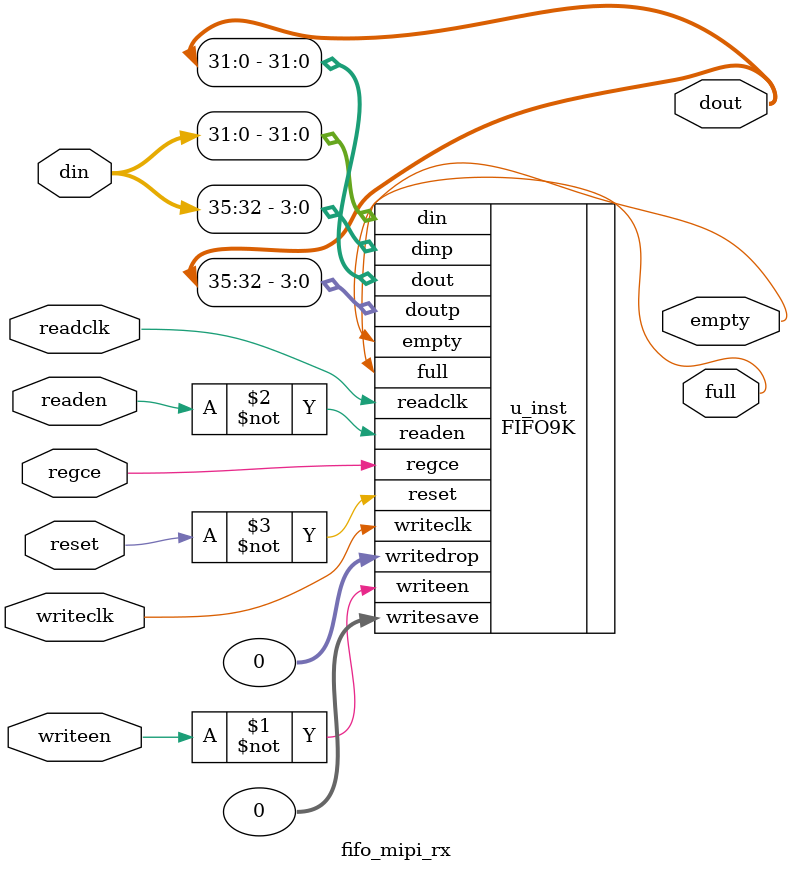
<source format=v>

module fifo_mipi_rx(
    dout,
    din,
    writeclk,
    readclk,
    writeen,
    readen,
    reset,
    full,
    empty,
    regce
);

output [35:0] dout;
input [35:0] din;
input writeclk;
input readclk;
input writeen;
input readen;
input reset;
output full;
output empty;
input regce;

FIFO9K #(
        .almostemptyth (5'b00010),
        .almostfullth (5'b00010),
        .writewidth (36),
        .readwidth (36),
        .outreg (1'b1),
        .peek (1'b1),
        .readclk_inv (1'b0),
        .writeclk_inv (1'b0),
        .use_parity (1'b1)
)
u_inst (
        .dout (dout[31:0]),
        .doutp (dout[35:32]),
        .din (din[31:0]),
        .dinp (din[35:32]),
        .writeclk (writeclk),
        .readclk (readclk),
        .writeen (~writeen),
        .readen (~readen),
        .reset (~reset),
        .full (full),
        .empty (empty),
        .writesave (0),
        .writedrop (0),
        .regce (regce)
);

endmodule

// ============================================================
//                  fifo Setting
//
// Warning: This part is read by Fuxi, please don't modify it.
// ============================================================
// Device          : H1D03N0L144C7
// Module          : fifo_mipi_rx
// IP core         : fifo
// IP Version      : 2

// AlmostEmpty     : false
// AlmostFull      : false
// EmptyAssert     : 3
// EmptyNegate     : 2
// EmptySingle     : 2
// EmptyType       : 0
// FifoType        : hardware
// FullAssert      : 3
// FullNegate      : 2
// FullSingle      : 2
// FullType        : 0
// Fwft            : false
// OverFlow        : false
// PeekMode        : true
// ReadAck         : false
// ReadAddrWidth   : 5
// ReadClr         : false
// ReadCnt         : false
// ReadDataWidth   : 36
// Regout          : true
// RegoutEn        : true
// Simulation Files: 
// Synthesis Files : 
// UnderFlow       : false
// UseHardWare     : true
// WorkMode        : true
// WriteAck        : false
// WriteAddrWidth  : 5
// WriteClr        : false
// WriteCnt        : false
// WriteDataWidth  : 36
// WriteDrop       : false

</source>
